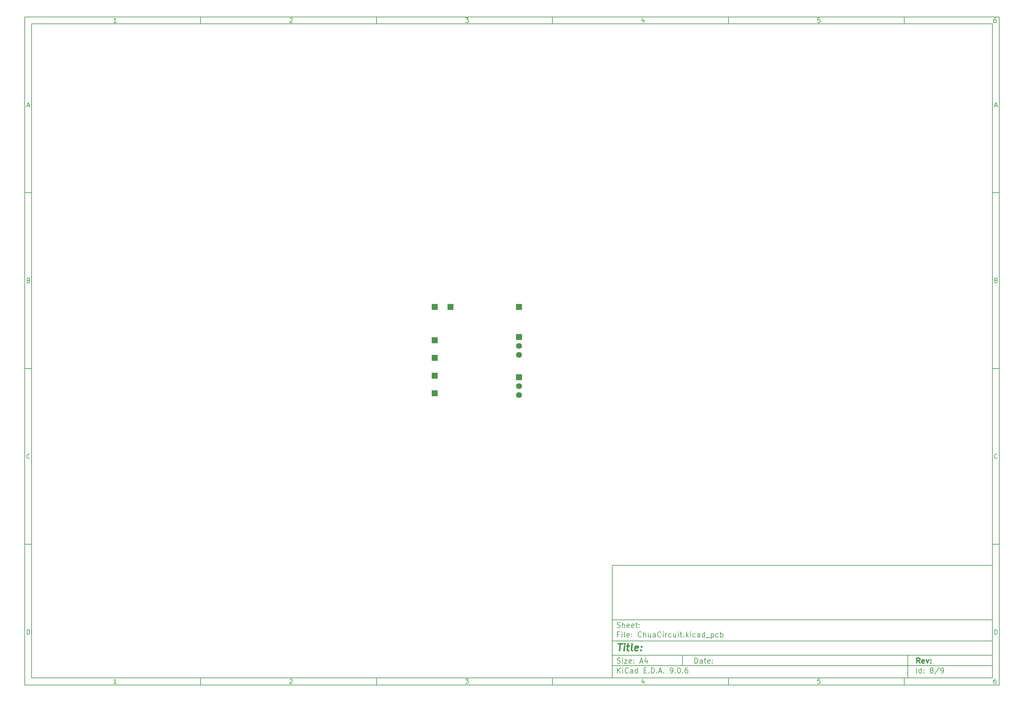
<source format=gbs>
%TF.GenerationSoftware,KiCad,Pcbnew,9.0.6*%
%TF.CreationDate,2025-11-23T22:05:43-07:00*%
%TF.ProjectId,ChuaCircuit,43687561-4369-4726-9375-69742e6b6963,rev?*%
%TF.SameCoordinates,Original*%
%TF.FileFunction,Soldermask,Bot*%
%TF.FilePolarity,Negative*%
%FSLAX46Y46*%
G04 Gerber Fmt 4.6, Leading zero omitted, Abs format (unit mm)*
G04 Created by KiCad (PCBNEW 9.0.6) date 2025-11-23 22:05:43*
%MOMM*%
%LPD*%
G01*
G04 APERTURE LIST*
%ADD10C,0.100000*%
%ADD11C,0.150000*%
%ADD12C,0.300000*%
%ADD13C,0.400000*%
%ADD14R,1.700000X1.700000*%
%ADD15C,1.700000*%
G04 APERTURE END LIST*
D10*
D11*
X177002200Y-166007200D02*
X285002200Y-166007200D01*
X285002200Y-198007200D01*
X177002200Y-198007200D01*
X177002200Y-166007200D01*
D10*
D11*
X10000000Y-10000000D02*
X287002200Y-10000000D01*
X287002200Y-200007200D01*
X10000000Y-200007200D01*
X10000000Y-10000000D01*
D10*
D11*
X12000000Y-12000000D02*
X285002200Y-12000000D01*
X285002200Y-198007200D01*
X12000000Y-198007200D01*
X12000000Y-12000000D01*
D10*
D11*
X60000000Y-12000000D02*
X60000000Y-10000000D01*
D10*
D11*
X110000000Y-12000000D02*
X110000000Y-10000000D01*
D10*
D11*
X160000000Y-12000000D02*
X160000000Y-10000000D01*
D10*
D11*
X210000000Y-12000000D02*
X210000000Y-10000000D01*
D10*
D11*
X260000000Y-12000000D02*
X260000000Y-10000000D01*
D10*
D11*
X36089160Y-11593604D02*
X35346303Y-11593604D01*
X35717731Y-11593604D02*
X35717731Y-10293604D01*
X35717731Y-10293604D02*
X35593922Y-10479319D01*
X35593922Y-10479319D02*
X35470112Y-10603128D01*
X35470112Y-10603128D02*
X35346303Y-10665033D01*
D10*
D11*
X85346303Y-10417414D02*
X85408207Y-10355509D01*
X85408207Y-10355509D02*
X85532017Y-10293604D01*
X85532017Y-10293604D02*
X85841541Y-10293604D01*
X85841541Y-10293604D02*
X85965350Y-10355509D01*
X85965350Y-10355509D02*
X86027255Y-10417414D01*
X86027255Y-10417414D02*
X86089160Y-10541223D01*
X86089160Y-10541223D02*
X86089160Y-10665033D01*
X86089160Y-10665033D02*
X86027255Y-10850747D01*
X86027255Y-10850747D02*
X85284398Y-11593604D01*
X85284398Y-11593604D02*
X86089160Y-11593604D01*
D10*
D11*
X135284398Y-10293604D02*
X136089160Y-10293604D01*
X136089160Y-10293604D02*
X135655826Y-10788842D01*
X135655826Y-10788842D02*
X135841541Y-10788842D01*
X135841541Y-10788842D02*
X135965350Y-10850747D01*
X135965350Y-10850747D02*
X136027255Y-10912652D01*
X136027255Y-10912652D02*
X136089160Y-11036461D01*
X136089160Y-11036461D02*
X136089160Y-11345985D01*
X136089160Y-11345985D02*
X136027255Y-11469795D01*
X136027255Y-11469795D02*
X135965350Y-11531700D01*
X135965350Y-11531700D02*
X135841541Y-11593604D01*
X135841541Y-11593604D02*
X135470112Y-11593604D01*
X135470112Y-11593604D02*
X135346303Y-11531700D01*
X135346303Y-11531700D02*
X135284398Y-11469795D01*
D10*
D11*
X185965350Y-10726938D02*
X185965350Y-11593604D01*
X185655826Y-10231700D02*
X185346303Y-11160271D01*
X185346303Y-11160271D02*
X186151064Y-11160271D01*
D10*
D11*
X236027255Y-10293604D02*
X235408207Y-10293604D01*
X235408207Y-10293604D02*
X235346303Y-10912652D01*
X235346303Y-10912652D02*
X235408207Y-10850747D01*
X235408207Y-10850747D02*
X235532017Y-10788842D01*
X235532017Y-10788842D02*
X235841541Y-10788842D01*
X235841541Y-10788842D02*
X235965350Y-10850747D01*
X235965350Y-10850747D02*
X236027255Y-10912652D01*
X236027255Y-10912652D02*
X236089160Y-11036461D01*
X236089160Y-11036461D02*
X236089160Y-11345985D01*
X236089160Y-11345985D02*
X236027255Y-11469795D01*
X236027255Y-11469795D02*
X235965350Y-11531700D01*
X235965350Y-11531700D02*
X235841541Y-11593604D01*
X235841541Y-11593604D02*
X235532017Y-11593604D01*
X235532017Y-11593604D02*
X235408207Y-11531700D01*
X235408207Y-11531700D02*
X235346303Y-11469795D01*
D10*
D11*
X285965350Y-10293604D02*
X285717731Y-10293604D01*
X285717731Y-10293604D02*
X285593922Y-10355509D01*
X285593922Y-10355509D02*
X285532017Y-10417414D01*
X285532017Y-10417414D02*
X285408207Y-10603128D01*
X285408207Y-10603128D02*
X285346303Y-10850747D01*
X285346303Y-10850747D02*
X285346303Y-11345985D01*
X285346303Y-11345985D02*
X285408207Y-11469795D01*
X285408207Y-11469795D02*
X285470112Y-11531700D01*
X285470112Y-11531700D02*
X285593922Y-11593604D01*
X285593922Y-11593604D02*
X285841541Y-11593604D01*
X285841541Y-11593604D02*
X285965350Y-11531700D01*
X285965350Y-11531700D02*
X286027255Y-11469795D01*
X286027255Y-11469795D02*
X286089160Y-11345985D01*
X286089160Y-11345985D02*
X286089160Y-11036461D01*
X286089160Y-11036461D02*
X286027255Y-10912652D01*
X286027255Y-10912652D02*
X285965350Y-10850747D01*
X285965350Y-10850747D02*
X285841541Y-10788842D01*
X285841541Y-10788842D02*
X285593922Y-10788842D01*
X285593922Y-10788842D02*
X285470112Y-10850747D01*
X285470112Y-10850747D02*
X285408207Y-10912652D01*
X285408207Y-10912652D02*
X285346303Y-11036461D01*
D10*
D11*
X60000000Y-198007200D02*
X60000000Y-200007200D01*
D10*
D11*
X110000000Y-198007200D02*
X110000000Y-200007200D01*
D10*
D11*
X160000000Y-198007200D02*
X160000000Y-200007200D01*
D10*
D11*
X210000000Y-198007200D02*
X210000000Y-200007200D01*
D10*
D11*
X260000000Y-198007200D02*
X260000000Y-200007200D01*
D10*
D11*
X36089160Y-199600804D02*
X35346303Y-199600804D01*
X35717731Y-199600804D02*
X35717731Y-198300804D01*
X35717731Y-198300804D02*
X35593922Y-198486519D01*
X35593922Y-198486519D02*
X35470112Y-198610328D01*
X35470112Y-198610328D02*
X35346303Y-198672233D01*
D10*
D11*
X85346303Y-198424614D02*
X85408207Y-198362709D01*
X85408207Y-198362709D02*
X85532017Y-198300804D01*
X85532017Y-198300804D02*
X85841541Y-198300804D01*
X85841541Y-198300804D02*
X85965350Y-198362709D01*
X85965350Y-198362709D02*
X86027255Y-198424614D01*
X86027255Y-198424614D02*
X86089160Y-198548423D01*
X86089160Y-198548423D02*
X86089160Y-198672233D01*
X86089160Y-198672233D02*
X86027255Y-198857947D01*
X86027255Y-198857947D02*
X85284398Y-199600804D01*
X85284398Y-199600804D02*
X86089160Y-199600804D01*
D10*
D11*
X135284398Y-198300804D02*
X136089160Y-198300804D01*
X136089160Y-198300804D02*
X135655826Y-198796042D01*
X135655826Y-198796042D02*
X135841541Y-198796042D01*
X135841541Y-198796042D02*
X135965350Y-198857947D01*
X135965350Y-198857947D02*
X136027255Y-198919852D01*
X136027255Y-198919852D02*
X136089160Y-199043661D01*
X136089160Y-199043661D02*
X136089160Y-199353185D01*
X136089160Y-199353185D02*
X136027255Y-199476995D01*
X136027255Y-199476995D02*
X135965350Y-199538900D01*
X135965350Y-199538900D02*
X135841541Y-199600804D01*
X135841541Y-199600804D02*
X135470112Y-199600804D01*
X135470112Y-199600804D02*
X135346303Y-199538900D01*
X135346303Y-199538900D02*
X135284398Y-199476995D01*
D10*
D11*
X185965350Y-198734138D02*
X185965350Y-199600804D01*
X185655826Y-198238900D02*
X185346303Y-199167471D01*
X185346303Y-199167471D02*
X186151064Y-199167471D01*
D10*
D11*
X236027255Y-198300804D02*
X235408207Y-198300804D01*
X235408207Y-198300804D02*
X235346303Y-198919852D01*
X235346303Y-198919852D02*
X235408207Y-198857947D01*
X235408207Y-198857947D02*
X235532017Y-198796042D01*
X235532017Y-198796042D02*
X235841541Y-198796042D01*
X235841541Y-198796042D02*
X235965350Y-198857947D01*
X235965350Y-198857947D02*
X236027255Y-198919852D01*
X236027255Y-198919852D02*
X236089160Y-199043661D01*
X236089160Y-199043661D02*
X236089160Y-199353185D01*
X236089160Y-199353185D02*
X236027255Y-199476995D01*
X236027255Y-199476995D02*
X235965350Y-199538900D01*
X235965350Y-199538900D02*
X235841541Y-199600804D01*
X235841541Y-199600804D02*
X235532017Y-199600804D01*
X235532017Y-199600804D02*
X235408207Y-199538900D01*
X235408207Y-199538900D02*
X235346303Y-199476995D01*
D10*
D11*
X285965350Y-198300804D02*
X285717731Y-198300804D01*
X285717731Y-198300804D02*
X285593922Y-198362709D01*
X285593922Y-198362709D02*
X285532017Y-198424614D01*
X285532017Y-198424614D02*
X285408207Y-198610328D01*
X285408207Y-198610328D02*
X285346303Y-198857947D01*
X285346303Y-198857947D02*
X285346303Y-199353185D01*
X285346303Y-199353185D02*
X285408207Y-199476995D01*
X285408207Y-199476995D02*
X285470112Y-199538900D01*
X285470112Y-199538900D02*
X285593922Y-199600804D01*
X285593922Y-199600804D02*
X285841541Y-199600804D01*
X285841541Y-199600804D02*
X285965350Y-199538900D01*
X285965350Y-199538900D02*
X286027255Y-199476995D01*
X286027255Y-199476995D02*
X286089160Y-199353185D01*
X286089160Y-199353185D02*
X286089160Y-199043661D01*
X286089160Y-199043661D02*
X286027255Y-198919852D01*
X286027255Y-198919852D02*
X285965350Y-198857947D01*
X285965350Y-198857947D02*
X285841541Y-198796042D01*
X285841541Y-198796042D02*
X285593922Y-198796042D01*
X285593922Y-198796042D02*
X285470112Y-198857947D01*
X285470112Y-198857947D02*
X285408207Y-198919852D01*
X285408207Y-198919852D02*
X285346303Y-199043661D01*
D10*
D11*
X10000000Y-60000000D02*
X12000000Y-60000000D01*
D10*
D11*
X10000000Y-110000000D02*
X12000000Y-110000000D01*
D10*
D11*
X10000000Y-160000000D02*
X12000000Y-160000000D01*
D10*
D11*
X10690476Y-35222176D02*
X11309523Y-35222176D01*
X10566666Y-35593604D02*
X10999999Y-34293604D01*
X10999999Y-34293604D02*
X11433333Y-35593604D01*
D10*
D11*
X11092857Y-84912652D02*
X11278571Y-84974557D01*
X11278571Y-84974557D02*
X11340476Y-85036461D01*
X11340476Y-85036461D02*
X11402380Y-85160271D01*
X11402380Y-85160271D02*
X11402380Y-85345985D01*
X11402380Y-85345985D02*
X11340476Y-85469795D01*
X11340476Y-85469795D02*
X11278571Y-85531700D01*
X11278571Y-85531700D02*
X11154761Y-85593604D01*
X11154761Y-85593604D02*
X10659523Y-85593604D01*
X10659523Y-85593604D02*
X10659523Y-84293604D01*
X10659523Y-84293604D02*
X11092857Y-84293604D01*
X11092857Y-84293604D02*
X11216666Y-84355509D01*
X11216666Y-84355509D02*
X11278571Y-84417414D01*
X11278571Y-84417414D02*
X11340476Y-84541223D01*
X11340476Y-84541223D02*
X11340476Y-84665033D01*
X11340476Y-84665033D02*
X11278571Y-84788842D01*
X11278571Y-84788842D02*
X11216666Y-84850747D01*
X11216666Y-84850747D02*
X11092857Y-84912652D01*
X11092857Y-84912652D02*
X10659523Y-84912652D01*
D10*
D11*
X11402380Y-135469795D02*
X11340476Y-135531700D01*
X11340476Y-135531700D02*
X11154761Y-135593604D01*
X11154761Y-135593604D02*
X11030952Y-135593604D01*
X11030952Y-135593604D02*
X10845238Y-135531700D01*
X10845238Y-135531700D02*
X10721428Y-135407890D01*
X10721428Y-135407890D02*
X10659523Y-135284080D01*
X10659523Y-135284080D02*
X10597619Y-135036461D01*
X10597619Y-135036461D02*
X10597619Y-134850747D01*
X10597619Y-134850747D02*
X10659523Y-134603128D01*
X10659523Y-134603128D02*
X10721428Y-134479319D01*
X10721428Y-134479319D02*
X10845238Y-134355509D01*
X10845238Y-134355509D02*
X11030952Y-134293604D01*
X11030952Y-134293604D02*
X11154761Y-134293604D01*
X11154761Y-134293604D02*
X11340476Y-134355509D01*
X11340476Y-134355509D02*
X11402380Y-134417414D01*
D10*
D11*
X10659523Y-185593604D02*
X10659523Y-184293604D01*
X10659523Y-184293604D02*
X10969047Y-184293604D01*
X10969047Y-184293604D02*
X11154761Y-184355509D01*
X11154761Y-184355509D02*
X11278571Y-184479319D01*
X11278571Y-184479319D02*
X11340476Y-184603128D01*
X11340476Y-184603128D02*
X11402380Y-184850747D01*
X11402380Y-184850747D02*
X11402380Y-185036461D01*
X11402380Y-185036461D02*
X11340476Y-185284080D01*
X11340476Y-185284080D02*
X11278571Y-185407890D01*
X11278571Y-185407890D02*
X11154761Y-185531700D01*
X11154761Y-185531700D02*
X10969047Y-185593604D01*
X10969047Y-185593604D02*
X10659523Y-185593604D01*
D10*
D11*
X287002200Y-60000000D02*
X285002200Y-60000000D01*
D10*
D11*
X287002200Y-110000000D02*
X285002200Y-110000000D01*
D10*
D11*
X287002200Y-160000000D02*
X285002200Y-160000000D01*
D10*
D11*
X285692676Y-35222176D02*
X286311723Y-35222176D01*
X285568866Y-35593604D02*
X286002199Y-34293604D01*
X286002199Y-34293604D02*
X286435533Y-35593604D01*
D10*
D11*
X286095057Y-84912652D02*
X286280771Y-84974557D01*
X286280771Y-84974557D02*
X286342676Y-85036461D01*
X286342676Y-85036461D02*
X286404580Y-85160271D01*
X286404580Y-85160271D02*
X286404580Y-85345985D01*
X286404580Y-85345985D02*
X286342676Y-85469795D01*
X286342676Y-85469795D02*
X286280771Y-85531700D01*
X286280771Y-85531700D02*
X286156961Y-85593604D01*
X286156961Y-85593604D02*
X285661723Y-85593604D01*
X285661723Y-85593604D02*
X285661723Y-84293604D01*
X285661723Y-84293604D02*
X286095057Y-84293604D01*
X286095057Y-84293604D02*
X286218866Y-84355509D01*
X286218866Y-84355509D02*
X286280771Y-84417414D01*
X286280771Y-84417414D02*
X286342676Y-84541223D01*
X286342676Y-84541223D02*
X286342676Y-84665033D01*
X286342676Y-84665033D02*
X286280771Y-84788842D01*
X286280771Y-84788842D02*
X286218866Y-84850747D01*
X286218866Y-84850747D02*
X286095057Y-84912652D01*
X286095057Y-84912652D02*
X285661723Y-84912652D01*
D10*
D11*
X286404580Y-135469795D02*
X286342676Y-135531700D01*
X286342676Y-135531700D02*
X286156961Y-135593604D01*
X286156961Y-135593604D02*
X286033152Y-135593604D01*
X286033152Y-135593604D02*
X285847438Y-135531700D01*
X285847438Y-135531700D02*
X285723628Y-135407890D01*
X285723628Y-135407890D02*
X285661723Y-135284080D01*
X285661723Y-135284080D02*
X285599819Y-135036461D01*
X285599819Y-135036461D02*
X285599819Y-134850747D01*
X285599819Y-134850747D02*
X285661723Y-134603128D01*
X285661723Y-134603128D02*
X285723628Y-134479319D01*
X285723628Y-134479319D02*
X285847438Y-134355509D01*
X285847438Y-134355509D02*
X286033152Y-134293604D01*
X286033152Y-134293604D02*
X286156961Y-134293604D01*
X286156961Y-134293604D02*
X286342676Y-134355509D01*
X286342676Y-134355509D02*
X286404580Y-134417414D01*
D10*
D11*
X285661723Y-185593604D02*
X285661723Y-184293604D01*
X285661723Y-184293604D02*
X285971247Y-184293604D01*
X285971247Y-184293604D02*
X286156961Y-184355509D01*
X286156961Y-184355509D02*
X286280771Y-184479319D01*
X286280771Y-184479319D02*
X286342676Y-184603128D01*
X286342676Y-184603128D02*
X286404580Y-184850747D01*
X286404580Y-184850747D02*
X286404580Y-185036461D01*
X286404580Y-185036461D02*
X286342676Y-185284080D01*
X286342676Y-185284080D02*
X286280771Y-185407890D01*
X286280771Y-185407890D02*
X286156961Y-185531700D01*
X286156961Y-185531700D02*
X285971247Y-185593604D01*
X285971247Y-185593604D02*
X285661723Y-185593604D01*
D10*
D11*
X200458026Y-193793328D02*
X200458026Y-192293328D01*
X200458026Y-192293328D02*
X200815169Y-192293328D01*
X200815169Y-192293328D02*
X201029455Y-192364757D01*
X201029455Y-192364757D02*
X201172312Y-192507614D01*
X201172312Y-192507614D02*
X201243741Y-192650471D01*
X201243741Y-192650471D02*
X201315169Y-192936185D01*
X201315169Y-192936185D02*
X201315169Y-193150471D01*
X201315169Y-193150471D02*
X201243741Y-193436185D01*
X201243741Y-193436185D02*
X201172312Y-193579042D01*
X201172312Y-193579042D02*
X201029455Y-193721900D01*
X201029455Y-193721900D02*
X200815169Y-193793328D01*
X200815169Y-193793328D02*
X200458026Y-193793328D01*
X202600884Y-193793328D02*
X202600884Y-193007614D01*
X202600884Y-193007614D02*
X202529455Y-192864757D01*
X202529455Y-192864757D02*
X202386598Y-192793328D01*
X202386598Y-192793328D02*
X202100884Y-192793328D01*
X202100884Y-192793328D02*
X201958026Y-192864757D01*
X202600884Y-193721900D02*
X202458026Y-193793328D01*
X202458026Y-193793328D02*
X202100884Y-193793328D01*
X202100884Y-193793328D02*
X201958026Y-193721900D01*
X201958026Y-193721900D02*
X201886598Y-193579042D01*
X201886598Y-193579042D02*
X201886598Y-193436185D01*
X201886598Y-193436185D02*
X201958026Y-193293328D01*
X201958026Y-193293328D02*
X202100884Y-193221900D01*
X202100884Y-193221900D02*
X202458026Y-193221900D01*
X202458026Y-193221900D02*
X202600884Y-193150471D01*
X203100884Y-192793328D02*
X203672312Y-192793328D01*
X203315169Y-192293328D02*
X203315169Y-193579042D01*
X203315169Y-193579042D02*
X203386598Y-193721900D01*
X203386598Y-193721900D02*
X203529455Y-193793328D01*
X203529455Y-193793328D02*
X203672312Y-193793328D01*
X204743741Y-193721900D02*
X204600884Y-193793328D01*
X204600884Y-193793328D02*
X204315170Y-193793328D01*
X204315170Y-193793328D02*
X204172312Y-193721900D01*
X204172312Y-193721900D02*
X204100884Y-193579042D01*
X204100884Y-193579042D02*
X204100884Y-193007614D01*
X204100884Y-193007614D02*
X204172312Y-192864757D01*
X204172312Y-192864757D02*
X204315170Y-192793328D01*
X204315170Y-192793328D02*
X204600884Y-192793328D01*
X204600884Y-192793328D02*
X204743741Y-192864757D01*
X204743741Y-192864757D02*
X204815170Y-193007614D01*
X204815170Y-193007614D02*
X204815170Y-193150471D01*
X204815170Y-193150471D02*
X204100884Y-193293328D01*
X205458026Y-193650471D02*
X205529455Y-193721900D01*
X205529455Y-193721900D02*
X205458026Y-193793328D01*
X205458026Y-193793328D02*
X205386598Y-193721900D01*
X205386598Y-193721900D02*
X205458026Y-193650471D01*
X205458026Y-193650471D02*
X205458026Y-193793328D01*
X205458026Y-192864757D02*
X205529455Y-192936185D01*
X205529455Y-192936185D02*
X205458026Y-193007614D01*
X205458026Y-193007614D02*
X205386598Y-192936185D01*
X205386598Y-192936185D02*
X205458026Y-192864757D01*
X205458026Y-192864757D02*
X205458026Y-193007614D01*
D10*
D11*
X177002200Y-194507200D02*
X285002200Y-194507200D01*
D10*
D11*
X178458026Y-196593328D02*
X178458026Y-195093328D01*
X179315169Y-196593328D02*
X178672312Y-195736185D01*
X179315169Y-195093328D02*
X178458026Y-195950471D01*
X179958026Y-196593328D02*
X179958026Y-195593328D01*
X179958026Y-195093328D02*
X179886598Y-195164757D01*
X179886598Y-195164757D02*
X179958026Y-195236185D01*
X179958026Y-195236185D02*
X180029455Y-195164757D01*
X180029455Y-195164757D02*
X179958026Y-195093328D01*
X179958026Y-195093328D02*
X179958026Y-195236185D01*
X181529455Y-196450471D02*
X181458027Y-196521900D01*
X181458027Y-196521900D02*
X181243741Y-196593328D01*
X181243741Y-196593328D02*
X181100884Y-196593328D01*
X181100884Y-196593328D02*
X180886598Y-196521900D01*
X180886598Y-196521900D02*
X180743741Y-196379042D01*
X180743741Y-196379042D02*
X180672312Y-196236185D01*
X180672312Y-196236185D02*
X180600884Y-195950471D01*
X180600884Y-195950471D02*
X180600884Y-195736185D01*
X180600884Y-195736185D02*
X180672312Y-195450471D01*
X180672312Y-195450471D02*
X180743741Y-195307614D01*
X180743741Y-195307614D02*
X180886598Y-195164757D01*
X180886598Y-195164757D02*
X181100884Y-195093328D01*
X181100884Y-195093328D02*
X181243741Y-195093328D01*
X181243741Y-195093328D02*
X181458027Y-195164757D01*
X181458027Y-195164757D02*
X181529455Y-195236185D01*
X182815170Y-196593328D02*
X182815170Y-195807614D01*
X182815170Y-195807614D02*
X182743741Y-195664757D01*
X182743741Y-195664757D02*
X182600884Y-195593328D01*
X182600884Y-195593328D02*
X182315170Y-195593328D01*
X182315170Y-195593328D02*
X182172312Y-195664757D01*
X182815170Y-196521900D02*
X182672312Y-196593328D01*
X182672312Y-196593328D02*
X182315170Y-196593328D01*
X182315170Y-196593328D02*
X182172312Y-196521900D01*
X182172312Y-196521900D02*
X182100884Y-196379042D01*
X182100884Y-196379042D02*
X182100884Y-196236185D01*
X182100884Y-196236185D02*
X182172312Y-196093328D01*
X182172312Y-196093328D02*
X182315170Y-196021900D01*
X182315170Y-196021900D02*
X182672312Y-196021900D01*
X182672312Y-196021900D02*
X182815170Y-195950471D01*
X184172313Y-196593328D02*
X184172313Y-195093328D01*
X184172313Y-196521900D02*
X184029455Y-196593328D01*
X184029455Y-196593328D02*
X183743741Y-196593328D01*
X183743741Y-196593328D02*
X183600884Y-196521900D01*
X183600884Y-196521900D02*
X183529455Y-196450471D01*
X183529455Y-196450471D02*
X183458027Y-196307614D01*
X183458027Y-196307614D02*
X183458027Y-195879042D01*
X183458027Y-195879042D02*
X183529455Y-195736185D01*
X183529455Y-195736185D02*
X183600884Y-195664757D01*
X183600884Y-195664757D02*
X183743741Y-195593328D01*
X183743741Y-195593328D02*
X184029455Y-195593328D01*
X184029455Y-195593328D02*
X184172313Y-195664757D01*
X186029455Y-195807614D02*
X186529455Y-195807614D01*
X186743741Y-196593328D02*
X186029455Y-196593328D01*
X186029455Y-196593328D02*
X186029455Y-195093328D01*
X186029455Y-195093328D02*
X186743741Y-195093328D01*
X187386598Y-196450471D02*
X187458027Y-196521900D01*
X187458027Y-196521900D02*
X187386598Y-196593328D01*
X187386598Y-196593328D02*
X187315170Y-196521900D01*
X187315170Y-196521900D02*
X187386598Y-196450471D01*
X187386598Y-196450471D02*
X187386598Y-196593328D01*
X188100884Y-196593328D02*
X188100884Y-195093328D01*
X188100884Y-195093328D02*
X188458027Y-195093328D01*
X188458027Y-195093328D02*
X188672313Y-195164757D01*
X188672313Y-195164757D02*
X188815170Y-195307614D01*
X188815170Y-195307614D02*
X188886599Y-195450471D01*
X188886599Y-195450471D02*
X188958027Y-195736185D01*
X188958027Y-195736185D02*
X188958027Y-195950471D01*
X188958027Y-195950471D02*
X188886599Y-196236185D01*
X188886599Y-196236185D02*
X188815170Y-196379042D01*
X188815170Y-196379042D02*
X188672313Y-196521900D01*
X188672313Y-196521900D02*
X188458027Y-196593328D01*
X188458027Y-196593328D02*
X188100884Y-196593328D01*
X189600884Y-196450471D02*
X189672313Y-196521900D01*
X189672313Y-196521900D02*
X189600884Y-196593328D01*
X189600884Y-196593328D02*
X189529456Y-196521900D01*
X189529456Y-196521900D02*
X189600884Y-196450471D01*
X189600884Y-196450471D02*
X189600884Y-196593328D01*
X190243742Y-196164757D02*
X190958028Y-196164757D01*
X190100885Y-196593328D02*
X190600885Y-195093328D01*
X190600885Y-195093328D02*
X191100885Y-196593328D01*
X191600884Y-196450471D02*
X191672313Y-196521900D01*
X191672313Y-196521900D02*
X191600884Y-196593328D01*
X191600884Y-196593328D02*
X191529456Y-196521900D01*
X191529456Y-196521900D02*
X191600884Y-196450471D01*
X191600884Y-196450471D02*
X191600884Y-196593328D01*
X193529456Y-196593328D02*
X193815170Y-196593328D01*
X193815170Y-196593328D02*
X193958027Y-196521900D01*
X193958027Y-196521900D02*
X194029456Y-196450471D01*
X194029456Y-196450471D02*
X194172313Y-196236185D01*
X194172313Y-196236185D02*
X194243742Y-195950471D01*
X194243742Y-195950471D02*
X194243742Y-195379042D01*
X194243742Y-195379042D02*
X194172313Y-195236185D01*
X194172313Y-195236185D02*
X194100885Y-195164757D01*
X194100885Y-195164757D02*
X193958027Y-195093328D01*
X193958027Y-195093328D02*
X193672313Y-195093328D01*
X193672313Y-195093328D02*
X193529456Y-195164757D01*
X193529456Y-195164757D02*
X193458027Y-195236185D01*
X193458027Y-195236185D02*
X193386599Y-195379042D01*
X193386599Y-195379042D02*
X193386599Y-195736185D01*
X193386599Y-195736185D02*
X193458027Y-195879042D01*
X193458027Y-195879042D02*
X193529456Y-195950471D01*
X193529456Y-195950471D02*
X193672313Y-196021900D01*
X193672313Y-196021900D02*
X193958027Y-196021900D01*
X193958027Y-196021900D02*
X194100885Y-195950471D01*
X194100885Y-195950471D02*
X194172313Y-195879042D01*
X194172313Y-195879042D02*
X194243742Y-195736185D01*
X194886598Y-196450471D02*
X194958027Y-196521900D01*
X194958027Y-196521900D02*
X194886598Y-196593328D01*
X194886598Y-196593328D02*
X194815170Y-196521900D01*
X194815170Y-196521900D02*
X194886598Y-196450471D01*
X194886598Y-196450471D02*
X194886598Y-196593328D01*
X195886599Y-195093328D02*
X196029456Y-195093328D01*
X196029456Y-195093328D02*
X196172313Y-195164757D01*
X196172313Y-195164757D02*
X196243742Y-195236185D01*
X196243742Y-195236185D02*
X196315170Y-195379042D01*
X196315170Y-195379042D02*
X196386599Y-195664757D01*
X196386599Y-195664757D02*
X196386599Y-196021900D01*
X196386599Y-196021900D02*
X196315170Y-196307614D01*
X196315170Y-196307614D02*
X196243742Y-196450471D01*
X196243742Y-196450471D02*
X196172313Y-196521900D01*
X196172313Y-196521900D02*
X196029456Y-196593328D01*
X196029456Y-196593328D02*
X195886599Y-196593328D01*
X195886599Y-196593328D02*
X195743742Y-196521900D01*
X195743742Y-196521900D02*
X195672313Y-196450471D01*
X195672313Y-196450471D02*
X195600884Y-196307614D01*
X195600884Y-196307614D02*
X195529456Y-196021900D01*
X195529456Y-196021900D02*
X195529456Y-195664757D01*
X195529456Y-195664757D02*
X195600884Y-195379042D01*
X195600884Y-195379042D02*
X195672313Y-195236185D01*
X195672313Y-195236185D02*
X195743742Y-195164757D01*
X195743742Y-195164757D02*
X195886599Y-195093328D01*
X197029455Y-196450471D02*
X197100884Y-196521900D01*
X197100884Y-196521900D02*
X197029455Y-196593328D01*
X197029455Y-196593328D02*
X196958027Y-196521900D01*
X196958027Y-196521900D02*
X197029455Y-196450471D01*
X197029455Y-196450471D02*
X197029455Y-196593328D01*
X198386599Y-195093328D02*
X198100884Y-195093328D01*
X198100884Y-195093328D02*
X197958027Y-195164757D01*
X197958027Y-195164757D02*
X197886599Y-195236185D01*
X197886599Y-195236185D02*
X197743741Y-195450471D01*
X197743741Y-195450471D02*
X197672313Y-195736185D01*
X197672313Y-195736185D02*
X197672313Y-196307614D01*
X197672313Y-196307614D02*
X197743741Y-196450471D01*
X197743741Y-196450471D02*
X197815170Y-196521900D01*
X197815170Y-196521900D02*
X197958027Y-196593328D01*
X197958027Y-196593328D02*
X198243741Y-196593328D01*
X198243741Y-196593328D02*
X198386599Y-196521900D01*
X198386599Y-196521900D02*
X198458027Y-196450471D01*
X198458027Y-196450471D02*
X198529456Y-196307614D01*
X198529456Y-196307614D02*
X198529456Y-195950471D01*
X198529456Y-195950471D02*
X198458027Y-195807614D01*
X198458027Y-195807614D02*
X198386599Y-195736185D01*
X198386599Y-195736185D02*
X198243741Y-195664757D01*
X198243741Y-195664757D02*
X197958027Y-195664757D01*
X197958027Y-195664757D02*
X197815170Y-195736185D01*
X197815170Y-195736185D02*
X197743741Y-195807614D01*
X197743741Y-195807614D02*
X197672313Y-195950471D01*
D10*
D11*
X177002200Y-191507200D02*
X285002200Y-191507200D01*
D10*
D12*
X264413853Y-193785528D02*
X263913853Y-193071242D01*
X263556710Y-193785528D02*
X263556710Y-192285528D01*
X263556710Y-192285528D02*
X264128139Y-192285528D01*
X264128139Y-192285528D02*
X264270996Y-192356957D01*
X264270996Y-192356957D02*
X264342425Y-192428385D01*
X264342425Y-192428385D02*
X264413853Y-192571242D01*
X264413853Y-192571242D02*
X264413853Y-192785528D01*
X264413853Y-192785528D02*
X264342425Y-192928385D01*
X264342425Y-192928385D02*
X264270996Y-192999814D01*
X264270996Y-192999814D02*
X264128139Y-193071242D01*
X264128139Y-193071242D02*
X263556710Y-193071242D01*
X265628139Y-193714100D02*
X265485282Y-193785528D01*
X265485282Y-193785528D02*
X265199568Y-193785528D01*
X265199568Y-193785528D02*
X265056710Y-193714100D01*
X265056710Y-193714100D02*
X264985282Y-193571242D01*
X264985282Y-193571242D02*
X264985282Y-192999814D01*
X264985282Y-192999814D02*
X265056710Y-192856957D01*
X265056710Y-192856957D02*
X265199568Y-192785528D01*
X265199568Y-192785528D02*
X265485282Y-192785528D01*
X265485282Y-192785528D02*
X265628139Y-192856957D01*
X265628139Y-192856957D02*
X265699568Y-192999814D01*
X265699568Y-192999814D02*
X265699568Y-193142671D01*
X265699568Y-193142671D02*
X264985282Y-193285528D01*
X266199567Y-192785528D02*
X266556710Y-193785528D01*
X266556710Y-193785528D02*
X266913853Y-192785528D01*
X267485281Y-193642671D02*
X267556710Y-193714100D01*
X267556710Y-193714100D02*
X267485281Y-193785528D01*
X267485281Y-193785528D02*
X267413853Y-193714100D01*
X267413853Y-193714100D02*
X267485281Y-193642671D01*
X267485281Y-193642671D02*
X267485281Y-193785528D01*
X267485281Y-192856957D02*
X267556710Y-192928385D01*
X267556710Y-192928385D02*
X267485281Y-192999814D01*
X267485281Y-192999814D02*
X267413853Y-192928385D01*
X267413853Y-192928385D02*
X267485281Y-192856957D01*
X267485281Y-192856957D02*
X267485281Y-192999814D01*
D10*
D11*
X178386598Y-193721900D02*
X178600884Y-193793328D01*
X178600884Y-193793328D02*
X178958026Y-193793328D01*
X178958026Y-193793328D02*
X179100884Y-193721900D01*
X179100884Y-193721900D02*
X179172312Y-193650471D01*
X179172312Y-193650471D02*
X179243741Y-193507614D01*
X179243741Y-193507614D02*
X179243741Y-193364757D01*
X179243741Y-193364757D02*
X179172312Y-193221900D01*
X179172312Y-193221900D02*
X179100884Y-193150471D01*
X179100884Y-193150471D02*
X178958026Y-193079042D01*
X178958026Y-193079042D02*
X178672312Y-193007614D01*
X178672312Y-193007614D02*
X178529455Y-192936185D01*
X178529455Y-192936185D02*
X178458026Y-192864757D01*
X178458026Y-192864757D02*
X178386598Y-192721900D01*
X178386598Y-192721900D02*
X178386598Y-192579042D01*
X178386598Y-192579042D02*
X178458026Y-192436185D01*
X178458026Y-192436185D02*
X178529455Y-192364757D01*
X178529455Y-192364757D02*
X178672312Y-192293328D01*
X178672312Y-192293328D02*
X179029455Y-192293328D01*
X179029455Y-192293328D02*
X179243741Y-192364757D01*
X179886597Y-193793328D02*
X179886597Y-192793328D01*
X179886597Y-192293328D02*
X179815169Y-192364757D01*
X179815169Y-192364757D02*
X179886597Y-192436185D01*
X179886597Y-192436185D02*
X179958026Y-192364757D01*
X179958026Y-192364757D02*
X179886597Y-192293328D01*
X179886597Y-192293328D02*
X179886597Y-192436185D01*
X180458026Y-192793328D02*
X181243741Y-192793328D01*
X181243741Y-192793328D02*
X180458026Y-193793328D01*
X180458026Y-193793328D02*
X181243741Y-193793328D01*
X182386598Y-193721900D02*
X182243741Y-193793328D01*
X182243741Y-193793328D02*
X181958027Y-193793328D01*
X181958027Y-193793328D02*
X181815169Y-193721900D01*
X181815169Y-193721900D02*
X181743741Y-193579042D01*
X181743741Y-193579042D02*
X181743741Y-193007614D01*
X181743741Y-193007614D02*
X181815169Y-192864757D01*
X181815169Y-192864757D02*
X181958027Y-192793328D01*
X181958027Y-192793328D02*
X182243741Y-192793328D01*
X182243741Y-192793328D02*
X182386598Y-192864757D01*
X182386598Y-192864757D02*
X182458027Y-193007614D01*
X182458027Y-193007614D02*
X182458027Y-193150471D01*
X182458027Y-193150471D02*
X181743741Y-193293328D01*
X183100883Y-193650471D02*
X183172312Y-193721900D01*
X183172312Y-193721900D02*
X183100883Y-193793328D01*
X183100883Y-193793328D02*
X183029455Y-193721900D01*
X183029455Y-193721900D02*
X183100883Y-193650471D01*
X183100883Y-193650471D02*
X183100883Y-193793328D01*
X183100883Y-192864757D02*
X183172312Y-192936185D01*
X183172312Y-192936185D02*
X183100883Y-193007614D01*
X183100883Y-193007614D02*
X183029455Y-192936185D01*
X183029455Y-192936185D02*
X183100883Y-192864757D01*
X183100883Y-192864757D02*
X183100883Y-193007614D01*
X184886598Y-193364757D02*
X185600884Y-193364757D01*
X184743741Y-193793328D02*
X185243741Y-192293328D01*
X185243741Y-192293328D02*
X185743741Y-193793328D01*
X186886598Y-192793328D02*
X186886598Y-193793328D01*
X186529455Y-192221900D02*
X186172312Y-193293328D01*
X186172312Y-193293328D02*
X187100883Y-193293328D01*
D10*
D11*
X263458026Y-196593328D02*
X263458026Y-195093328D01*
X264815170Y-196593328D02*
X264815170Y-195093328D01*
X264815170Y-196521900D02*
X264672312Y-196593328D01*
X264672312Y-196593328D02*
X264386598Y-196593328D01*
X264386598Y-196593328D02*
X264243741Y-196521900D01*
X264243741Y-196521900D02*
X264172312Y-196450471D01*
X264172312Y-196450471D02*
X264100884Y-196307614D01*
X264100884Y-196307614D02*
X264100884Y-195879042D01*
X264100884Y-195879042D02*
X264172312Y-195736185D01*
X264172312Y-195736185D02*
X264243741Y-195664757D01*
X264243741Y-195664757D02*
X264386598Y-195593328D01*
X264386598Y-195593328D02*
X264672312Y-195593328D01*
X264672312Y-195593328D02*
X264815170Y-195664757D01*
X265529455Y-196450471D02*
X265600884Y-196521900D01*
X265600884Y-196521900D02*
X265529455Y-196593328D01*
X265529455Y-196593328D02*
X265458027Y-196521900D01*
X265458027Y-196521900D02*
X265529455Y-196450471D01*
X265529455Y-196450471D02*
X265529455Y-196593328D01*
X265529455Y-195664757D02*
X265600884Y-195736185D01*
X265600884Y-195736185D02*
X265529455Y-195807614D01*
X265529455Y-195807614D02*
X265458027Y-195736185D01*
X265458027Y-195736185D02*
X265529455Y-195664757D01*
X265529455Y-195664757D02*
X265529455Y-195807614D01*
X267600884Y-195736185D02*
X267458027Y-195664757D01*
X267458027Y-195664757D02*
X267386598Y-195593328D01*
X267386598Y-195593328D02*
X267315170Y-195450471D01*
X267315170Y-195450471D02*
X267315170Y-195379042D01*
X267315170Y-195379042D02*
X267386598Y-195236185D01*
X267386598Y-195236185D02*
X267458027Y-195164757D01*
X267458027Y-195164757D02*
X267600884Y-195093328D01*
X267600884Y-195093328D02*
X267886598Y-195093328D01*
X267886598Y-195093328D02*
X268029456Y-195164757D01*
X268029456Y-195164757D02*
X268100884Y-195236185D01*
X268100884Y-195236185D02*
X268172313Y-195379042D01*
X268172313Y-195379042D02*
X268172313Y-195450471D01*
X268172313Y-195450471D02*
X268100884Y-195593328D01*
X268100884Y-195593328D02*
X268029456Y-195664757D01*
X268029456Y-195664757D02*
X267886598Y-195736185D01*
X267886598Y-195736185D02*
X267600884Y-195736185D01*
X267600884Y-195736185D02*
X267458027Y-195807614D01*
X267458027Y-195807614D02*
X267386598Y-195879042D01*
X267386598Y-195879042D02*
X267315170Y-196021900D01*
X267315170Y-196021900D02*
X267315170Y-196307614D01*
X267315170Y-196307614D02*
X267386598Y-196450471D01*
X267386598Y-196450471D02*
X267458027Y-196521900D01*
X267458027Y-196521900D02*
X267600884Y-196593328D01*
X267600884Y-196593328D02*
X267886598Y-196593328D01*
X267886598Y-196593328D02*
X268029456Y-196521900D01*
X268029456Y-196521900D02*
X268100884Y-196450471D01*
X268100884Y-196450471D02*
X268172313Y-196307614D01*
X268172313Y-196307614D02*
X268172313Y-196021900D01*
X268172313Y-196021900D02*
X268100884Y-195879042D01*
X268100884Y-195879042D02*
X268029456Y-195807614D01*
X268029456Y-195807614D02*
X267886598Y-195736185D01*
X269886598Y-195021900D02*
X268600884Y-196950471D01*
X270458027Y-196593328D02*
X270743741Y-196593328D01*
X270743741Y-196593328D02*
X270886598Y-196521900D01*
X270886598Y-196521900D02*
X270958027Y-196450471D01*
X270958027Y-196450471D02*
X271100884Y-196236185D01*
X271100884Y-196236185D02*
X271172313Y-195950471D01*
X271172313Y-195950471D02*
X271172313Y-195379042D01*
X271172313Y-195379042D02*
X271100884Y-195236185D01*
X271100884Y-195236185D02*
X271029456Y-195164757D01*
X271029456Y-195164757D02*
X270886598Y-195093328D01*
X270886598Y-195093328D02*
X270600884Y-195093328D01*
X270600884Y-195093328D02*
X270458027Y-195164757D01*
X270458027Y-195164757D02*
X270386598Y-195236185D01*
X270386598Y-195236185D02*
X270315170Y-195379042D01*
X270315170Y-195379042D02*
X270315170Y-195736185D01*
X270315170Y-195736185D02*
X270386598Y-195879042D01*
X270386598Y-195879042D02*
X270458027Y-195950471D01*
X270458027Y-195950471D02*
X270600884Y-196021900D01*
X270600884Y-196021900D02*
X270886598Y-196021900D01*
X270886598Y-196021900D02*
X271029456Y-195950471D01*
X271029456Y-195950471D02*
X271100884Y-195879042D01*
X271100884Y-195879042D02*
X271172313Y-195736185D01*
D10*
D11*
X177002200Y-187507200D02*
X285002200Y-187507200D01*
D10*
D13*
X178693928Y-188211638D02*
X179836785Y-188211638D01*
X179015357Y-190211638D02*
X179265357Y-188211638D01*
X180253452Y-190211638D02*
X180420119Y-188878304D01*
X180503452Y-188211638D02*
X180396309Y-188306876D01*
X180396309Y-188306876D02*
X180479643Y-188402114D01*
X180479643Y-188402114D02*
X180586786Y-188306876D01*
X180586786Y-188306876D02*
X180503452Y-188211638D01*
X180503452Y-188211638D02*
X180479643Y-188402114D01*
X181086786Y-188878304D02*
X181848690Y-188878304D01*
X181455833Y-188211638D02*
X181241548Y-189925923D01*
X181241548Y-189925923D02*
X181312976Y-190116400D01*
X181312976Y-190116400D02*
X181491548Y-190211638D01*
X181491548Y-190211638D02*
X181682024Y-190211638D01*
X182634405Y-190211638D02*
X182455833Y-190116400D01*
X182455833Y-190116400D02*
X182384405Y-189925923D01*
X182384405Y-189925923D02*
X182598690Y-188211638D01*
X184170119Y-190116400D02*
X183967738Y-190211638D01*
X183967738Y-190211638D02*
X183586785Y-190211638D01*
X183586785Y-190211638D02*
X183408214Y-190116400D01*
X183408214Y-190116400D02*
X183336785Y-189925923D01*
X183336785Y-189925923D02*
X183432024Y-189164019D01*
X183432024Y-189164019D02*
X183551071Y-188973542D01*
X183551071Y-188973542D02*
X183753452Y-188878304D01*
X183753452Y-188878304D02*
X184134404Y-188878304D01*
X184134404Y-188878304D02*
X184312976Y-188973542D01*
X184312976Y-188973542D02*
X184384404Y-189164019D01*
X184384404Y-189164019D02*
X184360595Y-189354495D01*
X184360595Y-189354495D02*
X183384404Y-189544971D01*
X185134405Y-190021161D02*
X185217738Y-190116400D01*
X185217738Y-190116400D02*
X185110595Y-190211638D01*
X185110595Y-190211638D02*
X185027262Y-190116400D01*
X185027262Y-190116400D02*
X185134405Y-190021161D01*
X185134405Y-190021161D02*
X185110595Y-190211638D01*
X185265357Y-188973542D02*
X185348690Y-189068780D01*
X185348690Y-189068780D02*
X185241548Y-189164019D01*
X185241548Y-189164019D02*
X185158214Y-189068780D01*
X185158214Y-189068780D02*
X185265357Y-188973542D01*
X185265357Y-188973542D02*
X185241548Y-189164019D01*
D10*
D11*
X178958026Y-185607614D02*
X178458026Y-185607614D01*
X178458026Y-186393328D02*
X178458026Y-184893328D01*
X178458026Y-184893328D02*
X179172312Y-184893328D01*
X179743740Y-186393328D02*
X179743740Y-185393328D01*
X179743740Y-184893328D02*
X179672312Y-184964757D01*
X179672312Y-184964757D02*
X179743740Y-185036185D01*
X179743740Y-185036185D02*
X179815169Y-184964757D01*
X179815169Y-184964757D02*
X179743740Y-184893328D01*
X179743740Y-184893328D02*
X179743740Y-185036185D01*
X180672312Y-186393328D02*
X180529455Y-186321900D01*
X180529455Y-186321900D02*
X180458026Y-186179042D01*
X180458026Y-186179042D02*
X180458026Y-184893328D01*
X181815169Y-186321900D02*
X181672312Y-186393328D01*
X181672312Y-186393328D02*
X181386598Y-186393328D01*
X181386598Y-186393328D02*
X181243740Y-186321900D01*
X181243740Y-186321900D02*
X181172312Y-186179042D01*
X181172312Y-186179042D02*
X181172312Y-185607614D01*
X181172312Y-185607614D02*
X181243740Y-185464757D01*
X181243740Y-185464757D02*
X181386598Y-185393328D01*
X181386598Y-185393328D02*
X181672312Y-185393328D01*
X181672312Y-185393328D02*
X181815169Y-185464757D01*
X181815169Y-185464757D02*
X181886598Y-185607614D01*
X181886598Y-185607614D02*
X181886598Y-185750471D01*
X181886598Y-185750471D02*
X181172312Y-185893328D01*
X182529454Y-186250471D02*
X182600883Y-186321900D01*
X182600883Y-186321900D02*
X182529454Y-186393328D01*
X182529454Y-186393328D02*
X182458026Y-186321900D01*
X182458026Y-186321900D02*
X182529454Y-186250471D01*
X182529454Y-186250471D02*
X182529454Y-186393328D01*
X182529454Y-185464757D02*
X182600883Y-185536185D01*
X182600883Y-185536185D02*
X182529454Y-185607614D01*
X182529454Y-185607614D02*
X182458026Y-185536185D01*
X182458026Y-185536185D02*
X182529454Y-185464757D01*
X182529454Y-185464757D02*
X182529454Y-185607614D01*
X185243740Y-186250471D02*
X185172312Y-186321900D01*
X185172312Y-186321900D02*
X184958026Y-186393328D01*
X184958026Y-186393328D02*
X184815169Y-186393328D01*
X184815169Y-186393328D02*
X184600883Y-186321900D01*
X184600883Y-186321900D02*
X184458026Y-186179042D01*
X184458026Y-186179042D02*
X184386597Y-186036185D01*
X184386597Y-186036185D02*
X184315169Y-185750471D01*
X184315169Y-185750471D02*
X184315169Y-185536185D01*
X184315169Y-185536185D02*
X184386597Y-185250471D01*
X184386597Y-185250471D02*
X184458026Y-185107614D01*
X184458026Y-185107614D02*
X184600883Y-184964757D01*
X184600883Y-184964757D02*
X184815169Y-184893328D01*
X184815169Y-184893328D02*
X184958026Y-184893328D01*
X184958026Y-184893328D02*
X185172312Y-184964757D01*
X185172312Y-184964757D02*
X185243740Y-185036185D01*
X185886597Y-186393328D02*
X185886597Y-184893328D01*
X186529455Y-186393328D02*
X186529455Y-185607614D01*
X186529455Y-185607614D02*
X186458026Y-185464757D01*
X186458026Y-185464757D02*
X186315169Y-185393328D01*
X186315169Y-185393328D02*
X186100883Y-185393328D01*
X186100883Y-185393328D02*
X185958026Y-185464757D01*
X185958026Y-185464757D02*
X185886597Y-185536185D01*
X187886598Y-185393328D02*
X187886598Y-186393328D01*
X187243740Y-185393328D02*
X187243740Y-186179042D01*
X187243740Y-186179042D02*
X187315169Y-186321900D01*
X187315169Y-186321900D02*
X187458026Y-186393328D01*
X187458026Y-186393328D02*
X187672312Y-186393328D01*
X187672312Y-186393328D02*
X187815169Y-186321900D01*
X187815169Y-186321900D02*
X187886598Y-186250471D01*
X189243741Y-186393328D02*
X189243741Y-185607614D01*
X189243741Y-185607614D02*
X189172312Y-185464757D01*
X189172312Y-185464757D02*
X189029455Y-185393328D01*
X189029455Y-185393328D02*
X188743741Y-185393328D01*
X188743741Y-185393328D02*
X188600883Y-185464757D01*
X189243741Y-186321900D02*
X189100883Y-186393328D01*
X189100883Y-186393328D02*
X188743741Y-186393328D01*
X188743741Y-186393328D02*
X188600883Y-186321900D01*
X188600883Y-186321900D02*
X188529455Y-186179042D01*
X188529455Y-186179042D02*
X188529455Y-186036185D01*
X188529455Y-186036185D02*
X188600883Y-185893328D01*
X188600883Y-185893328D02*
X188743741Y-185821900D01*
X188743741Y-185821900D02*
X189100883Y-185821900D01*
X189100883Y-185821900D02*
X189243741Y-185750471D01*
X190815169Y-186250471D02*
X190743741Y-186321900D01*
X190743741Y-186321900D02*
X190529455Y-186393328D01*
X190529455Y-186393328D02*
X190386598Y-186393328D01*
X190386598Y-186393328D02*
X190172312Y-186321900D01*
X190172312Y-186321900D02*
X190029455Y-186179042D01*
X190029455Y-186179042D02*
X189958026Y-186036185D01*
X189958026Y-186036185D02*
X189886598Y-185750471D01*
X189886598Y-185750471D02*
X189886598Y-185536185D01*
X189886598Y-185536185D02*
X189958026Y-185250471D01*
X189958026Y-185250471D02*
X190029455Y-185107614D01*
X190029455Y-185107614D02*
X190172312Y-184964757D01*
X190172312Y-184964757D02*
X190386598Y-184893328D01*
X190386598Y-184893328D02*
X190529455Y-184893328D01*
X190529455Y-184893328D02*
X190743741Y-184964757D01*
X190743741Y-184964757D02*
X190815169Y-185036185D01*
X191458026Y-186393328D02*
X191458026Y-185393328D01*
X191458026Y-184893328D02*
X191386598Y-184964757D01*
X191386598Y-184964757D02*
X191458026Y-185036185D01*
X191458026Y-185036185D02*
X191529455Y-184964757D01*
X191529455Y-184964757D02*
X191458026Y-184893328D01*
X191458026Y-184893328D02*
X191458026Y-185036185D01*
X192172312Y-186393328D02*
X192172312Y-185393328D01*
X192172312Y-185679042D02*
X192243741Y-185536185D01*
X192243741Y-185536185D02*
X192315170Y-185464757D01*
X192315170Y-185464757D02*
X192458027Y-185393328D01*
X192458027Y-185393328D02*
X192600884Y-185393328D01*
X193743741Y-186321900D02*
X193600883Y-186393328D01*
X193600883Y-186393328D02*
X193315169Y-186393328D01*
X193315169Y-186393328D02*
X193172312Y-186321900D01*
X193172312Y-186321900D02*
X193100883Y-186250471D01*
X193100883Y-186250471D02*
X193029455Y-186107614D01*
X193029455Y-186107614D02*
X193029455Y-185679042D01*
X193029455Y-185679042D02*
X193100883Y-185536185D01*
X193100883Y-185536185D02*
X193172312Y-185464757D01*
X193172312Y-185464757D02*
X193315169Y-185393328D01*
X193315169Y-185393328D02*
X193600883Y-185393328D01*
X193600883Y-185393328D02*
X193743741Y-185464757D01*
X195029455Y-185393328D02*
X195029455Y-186393328D01*
X194386597Y-185393328D02*
X194386597Y-186179042D01*
X194386597Y-186179042D02*
X194458026Y-186321900D01*
X194458026Y-186321900D02*
X194600883Y-186393328D01*
X194600883Y-186393328D02*
X194815169Y-186393328D01*
X194815169Y-186393328D02*
X194958026Y-186321900D01*
X194958026Y-186321900D02*
X195029455Y-186250471D01*
X195743740Y-186393328D02*
X195743740Y-185393328D01*
X195743740Y-184893328D02*
X195672312Y-184964757D01*
X195672312Y-184964757D02*
X195743740Y-185036185D01*
X195743740Y-185036185D02*
X195815169Y-184964757D01*
X195815169Y-184964757D02*
X195743740Y-184893328D01*
X195743740Y-184893328D02*
X195743740Y-185036185D01*
X196243741Y-185393328D02*
X196815169Y-185393328D01*
X196458026Y-184893328D02*
X196458026Y-186179042D01*
X196458026Y-186179042D02*
X196529455Y-186321900D01*
X196529455Y-186321900D02*
X196672312Y-186393328D01*
X196672312Y-186393328D02*
X196815169Y-186393328D01*
X197315169Y-186250471D02*
X197386598Y-186321900D01*
X197386598Y-186321900D02*
X197315169Y-186393328D01*
X197315169Y-186393328D02*
X197243741Y-186321900D01*
X197243741Y-186321900D02*
X197315169Y-186250471D01*
X197315169Y-186250471D02*
X197315169Y-186393328D01*
X198029455Y-186393328D02*
X198029455Y-184893328D01*
X198172313Y-185821900D02*
X198600884Y-186393328D01*
X198600884Y-185393328D02*
X198029455Y-185964757D01*
X199243741Y-186393328D02*
X199243741Y-185393328D01*
X199243741Y-184893328D02*
X199172313Y-184964757D01*
X199172313Y-184964757D02*
X199243741Y-185036185D01*
X199243741Y-185036185D02*
X199315170Y-184964757D01*
X199315170Y-184964757D02*
X199243741Y-184893328D01*
X199243741Y-184893328D02*
X199243741Y-185036185D01*
X200600885Y-186321900D02*
X200458027Y-186393328D01*
X200458027Y-186393328D02*
X200172313Y-186393328D01*
X200172313Y-186393328D02*
X200029456Y-186321900D01*
X200029456Y-186321900D02*
X199958027Y-186250471D01*
X199958027Y-186250471D02*
X199886599Y-186107614D01*
X199886599Y-186107614D02*
X199886599Y-185679042D01*
X199886599Y-185679042D02*
X199958027Y-185536185D01*
X199958027Y-185536185D02*
X200029456Y-185464757D01*
X200029456Y-185464757D02*
X200172313Y-185393328D01*
X200172313Y-185393328D02*
X200458027Y-185393328D01*
X200458027Y-185393328D02*
X200600885Y-185464757D01*
X201886599Y-186393328D02*
X201886599Y-185607614D01*
X201886599Y-185607614D02*
X201815170Y-185464757D01*
X201815170Y-185464757D02*
X201672313Y-185393328D01*
X201672313Y-185393328D02*
X201386599Y-185393328D01*
X201386599Y-185393328D02*
X201243741Y-185464757D01*
X201886599Y-186321900D02*
X201743741Y-186393328D01*
X201743741Y-186393328D02*
X201386599Y-186393328D01*
X201386599Y-186393328D02*
X201243741Y-186321900D01*
X201243741Y-186321900D02*
X201172313Y-186179042D01*
X201172313Y-186179042D02*
X201172313Y-186036185D01*
X201172313Y-186036185D02*
X201243741Y-185893328D01*
X201243741Y-185893328D02*
X201386599Y-185821900D01*
X201386599Y-185821900D02*
X201743741Y-185821900D01*
X201743741Y-185821900D02*
X201886599Y-185750471D01*
X203243742Y-186393328D02*
X203243742Y-184893328D01*
X203243742Y-186321900D02*
X203100884Y-186393328D01*
X203100884Y-186393328D02*
X202815170Y-186393328D01*
X202815170Y-186393328D02*
X202672313Y-186321900D01*
X202672313Y-186321900D02*
X202600884Y-186250471D01*
X202600884Y-186250471D02*
X202529456Y-186107614D01*
X202529456Y-186107614D02*
X202529456Y-185679042D01*
X202529456Y-185679042D02*
X202600884Y-185536185D01*
X202600884Y-185536185D02*
X202672313Y-185464757D01*
X202672313Y-185464757D02*
X202815170Y-185393328D01*
X202815170Y-185393328D02*
X203100884Y-185393328D01*
X203100884Y-185393328D02*
X203243742Y-185464757D01*
X203600885Y-186536185D02*
X204743742Y-186536185D01*
X205100884Y-185393328D02*
X205100884Y-186893328D01*
X205100884Y-185464757D02*
X205243742Y-185393328D01*
X205243742Y-185393328D02*
X205529456Y-185393328D01*
X205529456Y-185393328D02*
X205672313Y-185464757D01*
X205672313Y-185464757D02*
X205743742Y-185536185D01*
X205743742Y-185536185D02*
X205815170Y-185679042D01*
X205815170Y-185679042D02*
X205815170Y-186107614D01*
X205815170Y-186107614D02*
X205743742Y-186250471D01*
X205743742Y-186250471D02*
X205672313Y-186321900D01*
X205672313Y-186321900D02*
X205529456Y-186393328D01*
X205529456Y-186393328D02*
X205243742Y-186393328D01*
X205243742Y-186393328D02*
X205100884Y-186321900D01*
X207100885Y-186321900D02*
X206958027Y-186393328D01*
X206958027Y-186393328D02*
X206672313Y-186393328D01*
X206672313Y-186393328D02*
X206529456Y-186321900D01*
X206529456Y-186321900D02*
X206458027Y-186250471D01*
X206458027Y-186250471D02*
X206386599Y-186107614D01*
X206386599Y-186107614D02*
X206386599Y-185679042D01*
X206386599Y-185679042D02*
X206458027Y-185536185D01*
X206458027Y-185536185D02*
X206529456Y-185464757D01*
X206529456Y-185464757D02*
X206672313Y-185393328D01*
X206672313Y-185393328D02*
X206958027Y-185393328D01*
X206958027Y-185393328D02*
X207100885Y-185464757D01*
X207743741Y-186393328D02*
X207743741Y-184893328D01*
X207743741Y-185464757D02*
X207886599Y-185393328D01*
X207886599Y-185393328D02*
X208172313Y-185393328D01*
X208172313Y-185393328D02*
X208315170Y-185464757D01*
X208315170Y-185464757D02*
X208386599Y-185536185D01*
X208386599Y-185536185D02*
X208458027Y-185679042D01*
X208458027Y-185679042D02*
X208458027Y-186107614D01*
X208458027Y-186107614D02*
X208386599Y-186250471D01*
X208386599Y-186250471D02*
X208315170Y-186321900D01*
X208315170Y-186321900D02*
X208172313Y-186393328D01*
X208172313Y-186393328D02*
X207886599Y-186393328D01*
X207886599Y-186393328D02*
X207743741Y-186321900D01*
D10*
D11*
X177002200Y-181507200D02*
X285002200Y-181507200D01*
D10*
D11*
X178386598Y-183621900D02*
X178600884Y-183693328D01*
X178600884Y-183693328D02*
X178958026Y-183693328D01*
X178958026Y-183693328D02*
X179100884Y-183621900D01*
X179100884Y-183621900D02*
X179172312Y-183550471D01*
X179172312Y-183550471D02*
X179243741Y-183407614D01*
X179243741Y-183407614D02*
X179243741Y-183264757D01*
X179243741Y-183264757D02*
X179172312Y-183121900D01*
X179172312Y-183121900D02*
X179100884Y-183050471D01*
X179100884Y-183050471D02*
X178958026Y-182979042D01*
X178958026Y-182979042D02*
X178672312Y-182907614D01*
X178672312Y-182907614D02*
X178529455Y-182836185D01*
X178529455Y-182836185D02*
X178458026Y-182764757D01*
X178458026Y-182764757D02*
X178386598Y-182621900D01*
X178386598Y-182621900D02*
X178386598Y-182479042D01*
X178386598Y-182479042D02*
X178458026Y-182336185D01*
X178458026Y-182336185D02*
X178529455Y-182264757D01*
X178529455Y-182264757D02*
X178672312Y-182193328D01*
X178672312Y-182193328D02*
X179029455Y-182193328D01*
X179029455Y-182193328D02*
X179243741Y-182264757D01*
X179886597Y-183693328D02*
X179886597Y-182193328D01*
X180529455Y-183693328D02*
X180529455Y-182907614D01*
X180529455Y-182907614D02*
X180458026Y-182764757D01*
X180458026Y-182764757D02*
X180315169Y-182693328D01*
X180315169Y-182693328D02*
X180100883Y-182693328D01*
X180100883Y-182693328D02*
X179958026Y-182764757D01*
X179958026Y-182764757D02*
X179886597Y-182836185D01*
X181815169Y-183621900D02*
X181672312Y-183693328D01*
X181672312Y-183693328D02*
X181386598Y-183693328D01*
X181386598Y-183693328D02*
X181243740Y-183621900D01*
X181243740Y-183621900D02*
X181172312Y-183479042D01*
X181172312Y-183479042D02*
X181172312Y-182907614D01*
X181172312Y-182907614D02*
X181243740Y-182764757D01*
X181243740Y-182764757D02*
X181386598Y-182693328D01*
X181386598Y-182693328D02*
X181672312Y-182693328D01*
X181672312Y-182693328D02*
X181815169Y-182764757D01*
X181815169Y-182764757D02*
X181886598Y-182907614D01*
X181886598Y-182907614D02*
X181886598Y-183050471D01*
X181886598Y-183050471D02*
X181172312Y-183193328D01*
X183100883Y-183621900D02*
X182958026Y-183693328D01*
X182958026Y-183693328D02*
X182672312Y-183693328D01*
X182672312Y-183693328D02*
X182529454Y-183621900D01*
X182529454Y-183621900D02*
X182458026Y-183479042D01*
X182458026Y-183479042D02*
X182458026Y-182907614D01*
X182458026Y-182907614D02*
X182529454Y-182764757D01*
X182529454Y-182764757D02*
X182672312Y-182693328D01*
X182672312Y-182693328D02*
X182958026Y-182693328D01*
X182958026Y-182693328D02*
X183100883Y-182764757D01*
X183100883Y-182764757D02*
X183172312Y-182907614D01*
X183172312Y-182907614D02*
X183172312Y-183050471D01*
X183172312Y-183050471D02*
X182458026Y-183193328D01*
X183600883Y-182693328D02*
X184172311Y-182693328D01*
X183815168Y-182193328D02*
X183815168Y-183479042D01*
X183815168Y-183479042D02*
X183886597Y-183621900D01*
X183886597Y-183621900D02*
X184029454Y-183693328D01*
X184029454Y-183693328D02*
X184172311Y-183693328D01*
X184672311Y-183550471D02*
X184743740Y-183621900D01*
X184743740Y-183621900D02*
X184672311Y-183693328D01*
X184672311Y-183693328D02*
X184600883Y-183621900D01*
X184600883Y-183621900D02*
X184672311Y-183550471D01*
X184672311Y-183550471D02*
X184672311Y-183693328D01*
X184672311Y-182764757D02*
X184743740Y-182836185D01*
X184743740Y-182836185D02*
X184672311Y-182907614D01*
X184672311Y-182907614D02*
X184600883Y-182836185D01*
X184600883Y-182836185D02*
X184672311Y-182764757D01*
X184672311Y-182764757D02*
X184672311Y-182907614D01*
D10*
D11*
X197002200Y-191507200D02*
X197002200Y-194507200D01*
D10*
D11*
X261002200Y-191507200D02*
X261002200Y-198007200D01*
D14*
X126500000Y-102000000D03*
X150500000Y-92500000D03*
X131000000Y-92500000D03*
X150500000Y-101000000D03*
D15*
X150500000Y-103540000D03*
X150500000Y-106080000D03*
D14*
X126500000Y-112000000D03*
X150500000Y-112500000D03*
D15*
X150500000Y-115040000D03*
X150500000Y-117580000D03*
D14*
X126500000Y-92500000D03*
X126500000Y-117000000D03*
X126500000Y-107000000D03*
M02*

</source>
